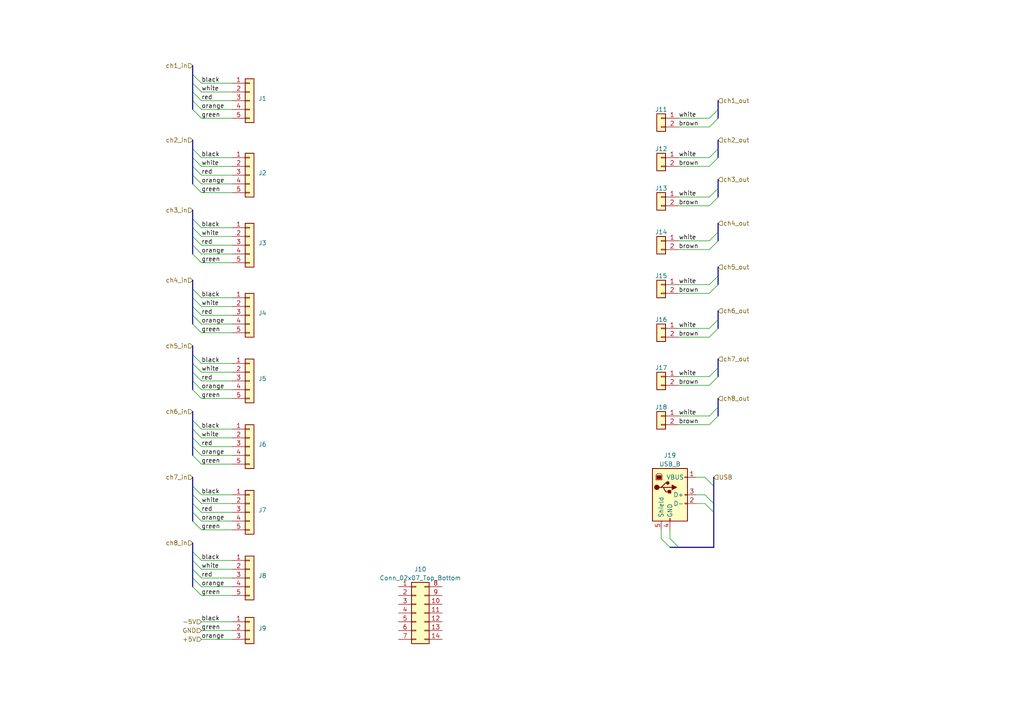
<source format=kicad_sch>
(kicad_sch (version 20231120) (generator "eeschema") (generator_version "8.0")
  (paper "A4")
  (title_block (title "Piezo amp box") (date "2024-01-10") (company "SBC") (comment 1 "Zhiheng Sheng"))
  (lib_symbols
    (symbol "Connector:USB_B" (pin_names (offset 1.016))
      (property "Reference" "J" (at -5.08 11.43 0))
      (property "Value" "USB_B" (at -5.08 8.89 0))
      (symbol "USB_B_0_1"
        (rectangle (start -5.08 -7.62) (end 5.08 7.62) (stroke (width 0.254)) (fill (type background)))
        (circle (center -3.81 2.159) (radius 0.635) (stroke (width 0.254)) (fill (type outline)))
        (rectangle (start -3.81 5.588) (end -2.54 4.572) (fill (type outline)))
        (circle (center -0.635 3.429) (radius 0.381) (stroke (width 0.254)) (fill (type outline)))
        (rectangle (start -0.127 -7.62) (end 0.127 -6.858))
        (polyline (pts (xy -1.905 2.159) (xy 0.635 2.159)) (stroke (width 0.254)))
        (polyline (pts (xy -3.175 2.159) (xy -2.54 2.159) (xy -1.27 3.429) (xy -0.635 3.429)) (stroke (width 0.254)))
        (polyline (pts (xy -2.54 2.159) (xy -1.905 2.159) (xy -1.27 0.889) (xy 0 0.889)) (stroke (width 0.254)))
        (polyline (pts (xy 0.635 2.794) (xy 0.635 1.524) (xy 1.905 2.159) (xy 0.635 2.794)) (stroke (width 0.254)) (fill (type outline)))
        (polyline (pts (xy -4.064 4.318) (xy -2.286 4.318) (xy -2.286 5.715) (xy -2.667 6.096) (xy -3.683 6.096) (xy -4.064 5.715) (xy -4.064 4.318)))
        (rectangle (start 0.254 1.27) (end -0.508 0.508) (stroke (width 0.254)) (fill (type outline)))
        (rectangle (start 5.08 -2.667) (end 4.318 -2.413))
        (rectangle (start 5.08 -0.127) (end 4.318 0.127))
        (rectangle (start 5.08 4.953) (end 4.318 5.207))
      )
      (symbol "USB_B_1_1"
        (pin power_out line (at 7.62 5.08 180) (length 2.54) (name "VBUS") (number "1"))
        (pin bidirectional line (at 7.62 -2.54 180) (length 2.54) (name "D-") (number "2"))
        (pin bidirectional line (at 7.62 0 180) (length 2.54) (name "D+") (number "3"))
        (pin power_out line (at 0 -10.16 90) (length 2.54) (name "GND") (number "4"))
        (pin passive line (at -2.54 -10.16 90) (length 2.54) (name "Shield") (number "5"))
      )
    )
    (symbol "Connector_Generic:Conn_01x02" (pin_names (offset 1.016) hide)
      (property "Reference" "J" (at 0 2.54 0))
      (property "Value" "Conn_01x02" (at 0 -5.08 0))
      (symbol "Conn_01x02_1_1"
        (rectangle (start -1.27 -2.413) (end 0 -2.667) (stroke (width 0.1524)))
        (rectangle (start -1.27 0.127) (end 0 -0.127) (stroke (width 0.1524)))
        (rectangle (start -1.27 1.27) (end 1.27 -3.81) (stroke (width 0.254)) (fill (type background)))
        (pin passive line (at -5.08 0 0) (length 3.81) (name "Pin_1") (number "1"))
        (pin passive line (at -5.08 -2.54 0) (length 3.81) (name "Pin_2") (number "2"))
      )
    )
    (symbol "Connector_Generic:Conn_01x03" (pin_names (offset 1.016) hide)
      (property "Reference" "J" (at 0 5.08 0))
      (property "Value" "Conn_01x03" (at 0 -5.08 0))
      (symbol "Conn_01x03_1_1"
        (rectangle (start -1.27 -2.413) (end 0 -2.667) (stroke (width 0.1524)))
        (rectangle (start -1.27 0.127) (end 0 -0.127) (stroke (width 0.1524)))
        (rectangle (start -1.27 2.667) (end 0 2.413) (stroke (width 0.1524)))
        (rectangle (start -1.27 3.81) (end 1.27 -3.81) (stroke (width 0.254)) (fill (type background)))
        (pin passive line (at -5.08 2.54 0) (length 3.81) (name "Pin_1") (number "1"))
        (pin passive line (at -5.08 0 0) (length 3.81) (name "Pin_2") (number "2"))
        (pin passive line (at -5.08 -2.54 0) (length 3.81) (name "Pin_3") (number "3"))
      )
    )
    (symbol "Connector_Generic:Conn_01x05" (pin_names (offset 1.016) hide)
      (property "Reference" "J" (at 0 7.62 0))
      (property "Value" "Conn_01x05" (at 0 -7.62 0))
      (symbol "Conn_01x05_1_1"
        (rectangle (start -1.27 -4.953) (end 0 -5.207) (stroke (width 0.1524)))
        (rectangle (start -1.27 -2.413) (end 0 -2.667) (stroke (width 0.1524)))
        (rectangle (start -1.27 0.127) (end 0 -0.127) (stroke (width 0.1524)))
        (rectangle (start -1.27 2.667) (end 0 2.413) (stroke (width 0.1524)))
        (rectangle (start -1.27 5.207) (end 0 4.953) (stroke (width 0.1524)))
        (rectangle (start -1.27 6.35) (end 1.27 -6.35) (stroke (width 0.254)) (fill (type background)))
        (pin passive line (at -5.08 5.08 0) (length 3.81) (name "Pin_1") (number "1"))
        (pin passive line (at -5.08 2.54 0) (length 3.81) (name "Pin_2") (number "2"))
        (pin passive line (at -5.08 0 0) (length 3.81) (name "Pin_3") (number "3"))
        (pin passive line (at -5.08 -2.54 0) (length 3.81) (name "Pin_4") (number "4"))
        (pin passive line (at -5.08 -5.08 0) (length 3.81) (name "Pin_5") (number "5"))
      )
    )
    (symbol "Connector_Generic:Conn_02x07_Top_Bottom" (pin_names (offset 1.016) hide)
      (property "Reference" "J" (at 1.27 10.16 0))
      (property "Value" "Conn_02x07_Top_Bottom" (at 1.27 -10.16 0))
      (symbol "Conn_02x07_Top_Bottom_1_1"
        (rectangle (start -1.27 -7.493) (end 0 -7.747) (stroke (width 0.1524)))
        (rectangle (start -1.27 -4.953) (end 0 -5.207) (stroke (width 0.1524)))
        (rectangle (start -1.27 -2.413) (end 0 -2.667) (stroke (width 0.1524)))
        (rectangle (start -1.27 0.127) (end 0 -0.127) (stroke (width 0.1524)))
        (rectangle (start -1.27 2.667) (end 0 2.413) (stroke (width 0.1524)))
        (rectangle (start -1.27 5.207) (end 0 4.953) (stroke (width 0.1524)))
        (rectangle (start -1.27 7.747) (end 0 7.493) (stroke (width 0.1524)))
        (rectangle (start -1.27 8.89) (end 3.81 -8.89) (stroke (width 0.254)) (fill (type background)))
        (rectangle (start 3.81 -7.493) (end 2.54 -7.747) (stroke (width 0.1524)))
        (rectangle (start 3.81 -4.953) (end 2.54 -5.207) (stroke (width 0.1524)))
        (rectangle (start 3.81 -2.413) (end 2.54 -2.667) (stroke (width 0.1524)))
        (rectangle (start 3.81 0.127) (end 2.54 -0.127) (stroke (width 0.1524)))
        (rectangle (start 3.81 2.667) (end 2.54 2.413) (stroke (width 0.1524)))
        (rectangle (start 3.81 5.207) (end 2.54 4.953) (stroke (width 0.1524)))
        (rectangle (start 3.81 7.747) (end 2.54 7.493) (stroke (width 0.1524)))
        (pin passive line (at -5.08 7.62 0) (length 3.81) (name "Pin_1") (number "1"))
        (pin passive line (at 7.62 2.54 180) (length 3.81) (name "Pin_10") (number "10"))
        (pin passive line (at 7.62 0 180) (length 3.81) (name "Pin_11") (number "11"))
        (pin passive line (at 7.62 -2.54 180) (length 3.81) (name "Pin_12") (number "12"))
        (pin passive line (at 7.62 -5.08 180) (length 3.81) (name "Pin_13") (number "13"))
        (pin passive line (at 7.62 -7.62 180) (length 3.81) (name "Pin_14") (number "14"))
        (pin passive line (at -5.08 5.08 0) (length 3.81) (name "Pin_2") (number "2"))
        (pin passive line (at -5.08 2.54 0) (length 3.81) (name "Pin_3") (number "3"))
        (pin passive line (at -5.08 0 0) (length 3.81) (name "Pin_4") (number "4"))
        (pin passive line (at -5.08 -2.54 0) (length 3.81) (name "Pin_5") (number "5"))
        (pin passive line (at -5.08 -5.08 0) (length 3.81) (name "Pin_6") (number "6"))
        (pin passive line (at -5.08 -7.62 0) (length 3.81) (name "Pin_7") (number "7"))
        (pin passive line (at 7.62 7.62 180) (length 3.81) (name "Pin_8") (number "8"))
        (pin passive line (at 7.62 5.08 180) (length 3.81) (name "Pin_9") (number "9"))
      )
    )
  )
  (bus_entry (at 55.88 167.64) (size 2.54 2.54))
  (bus_entry (at 55.88 121.92) (size 2.54 2.54))
  (bus_entry (at 205.74 72.39) (size 2.54 -2.54))
  (bus_entry (at 55.88 86.36) (size 2.54 2.54))
  (bus_entry (at 55.88 132.08) (size 2.54 2.54))
  (bus_entry (at 55.88 31.75) (size 2.54 2.54))
  (bus_entry (at 55.88 165.1) (size 2.54 2.54))
  (bus_entry (at 205.74 57.15) (size 2.54 -2.54))
  (bus_entry (at 205.74 69.85) (size 2.54 -2.54))
  (bus_entry (at 55.88 127) (size 2.54 2.54))
  (bus_entry (at 55.88 73.66) (size 2.54 2.54))
  (bus_entry (at 55.88 129.54) (size 2.54 2.54))
  (bus_entry (at 55.88 124.46) (size 2.54 2.54))
  (bus_entry (at 191.77 156.21) (size 2.54 2.54))
  (bus_entry (at 55.88 160.02) (size 2.54 2.54))
  (bus_entry (at 205.74 120.65) (size 2.54 -2.54))
  (bus_entry (at 205.74 111.76) (size 2.54 -2.54))
  (bus_entry (at 204.47 138.43) (size 2.54 2.54))
  (bus_entry (at 55.88 53.34) (size 2.54 2.54))
  (bus_entry (at 55.88 107.95) (size 2.54 2.54))
  (bus_entry (at 205.74 109.22) (size 2.54 -2.54))
  (bus_entry (at 55.88 45.72) (size 2.54 2.54))
  (bus_entry (at 55.88 21.59) (size 2.54 2.54))
  (bus_entry (at 55.88 91.44) (size 2.54 2.54))
  (bus_entry (at 55.88 24.13) (size 2.54 2.54))
  (bus_entry (at 55.88 48.26) (size 2.54 2.54))
  (bus_entry (at 205.74 59.69) (size 2.54 -2.54))
  (bus_entry (at 205.74 34.29) (size 2.54 -2.54))
  (bus_entry (at 204.47 143.51) (size 2.54 2.54))
  (bus_entry (at 55.88 143.51) (size 2.54 2.54))
  (bus_entry (at 55.88 102.87) (size 2.54 2.54))
  (bus_entry (at 205.74 82.55) (size 2.54 -2.54))
  (bus_entry (at 55.88 110.49) (size 2.54 2.54))
  (bus_entry (at 205.74 45.72) (size 2.54 -2.54))
  (bus_entry (at 55.88 43.18) (size 2.54 2.54))
  (bus_entry (at 55.88 105.41) (size 2.54 2.54))
  (bus_entry (at 205.74 97.79) (size 2.54 -2.54))
  (bus_entry (at 55.88 29.21) (size 2.54 2.54))
  (bus_entry (at 55.88 148.59) (size 2.54 2.54))
  (bus_entry (at 55.88 66.04) (size 2.54 2.54))
  (bus_entry (at 55.88 146.05) (size 2.54 2.54))
  (bus_entry (at 205.74 95.25) (size 2.54 -2.54))
  (bus_entry (at 205.74 123.19) (size 2.54 -2.54))
  (bus_entry (at 55.88 71.12) (size 2.54 2.54))
  (bus_entry (at 55.88 140.97) (size 2.54 2.54))
  (bus_entry (at 55.88 68.58) (size 2.54 2.54))
  (bus_entry (at 205.74 36.83) (size 2.54 -2.54))
  (bus_entry (at 55.88 93.98) (size 2.54 2.54))
  (bus_entry (at 55.88 83.82) (size 2.54 2.54))
  (bus_entry (at 205.74 85.09) (size 2.54 -2.54))
  (bus_entry (at 55.88 170.18) (size 2.54 2.54))
  (bus_entry (at 55.88 151.13) (size 2.54 2.54))
  (bus_entry (at 55.88 63.5) (size 2.54 2.54))
  (bus_entry (at 194.31 156.21) (size 2.54 2.54))
  (bus_entry (at 55.88 162.56) (size 2.54 2.54))
  (bus_entry (at 55.88 113.03) (size 2.54 2.54))
  (bus_entry (at 55.88 26.67) (size 2.54 2.54))
  (bus_entry (at 204.47 146.05) (size 2.54 2.54))
  (bus_entry (at 55.88 50.8) (size 2.54 2.54))
  (bus_entry (at 55.88 88.9) (size 2.54 2.54))
  (bus_entry (at 205.74 48.26) (size 2.54 -2.54))
  (bus (pts (xy 55.88 124.46) (xy 55.88 127)))
  (wire (pts (xy 58.42 29.21) (xy 67.31 29.21)))
  (wire (pts (xy 58.42 86.36) (xy 67.31 86.36)))
  (bus (pts (xy 55.88 29.21) (xy 55.88 31.75)))
  (wire (pts (xy 58.42 105.41) (xy 67.31 105.41)))
  (bus (pts (xy 55.88 148.59) (xy 55.88 151.13)))
  (wire (pts (xy 58.42 170.18) (xy 67.31 170.18)))
  (wire (pts (xy 58.42 110.49) (xy 67.31 110.49)))
  (bus (pts (xy 208.28 115.57) (xy 208.28 118.11)))
  (bus (pts (xy 55.88 107.95) (xy 55.88 110.49)))
  (bus (pts (xy 55.88 68.58) (xy 55.88 71.12)))
  (wire (pts (xy 58.42 132.08) (xy 67.31 132.08)))
  (wire (pts (xy 196.85 95.25) (xy 205.74 95.25)))
  (wire (pts (xy 58.42 31.75) (xy 67.31 31.75)))
  (wire (pts (xy 58.42 180.34) (xy 67.31 180.34)))
  (wire (pts (xy 58.42 185.42) (xy 67.31 185.42)))
  (wire (pts (xy 58.42 107.95) (xy 67.31 107.95)))
  (bus (pts (xy 55.88 102.87) (xy 55.88 105.41)))
  (bus (pts (xy 55.88 81.28) (xy 55.88 83.82)))
  (bus (pts (xy 208.28 92.71) (xy 208.28 95.25)))
  (wire (pts (xy 58.42 66.04) (xy 67.31 66.04)))
  (wire (pts (xy 58.42 148.59) (xy 67.31 148.59)))
  (bus (pts (xy 208.28 77.47) (xy 208.28 80.01)))
  (wire (pts (xy 201.93 143.51) (xy 204.47 143.51)))
  (bus (pts (xy 207.01 146.05) (xy 207.01 148.59)))
  (wire (pts (xy 196.85 109.22) (xy 205.74 109.22)))
  (wire (pts (xy 58.42 34.29) (xy 67.31 34.29)))
  (wire (pts (xy 58.42 96.52) (xy 67.31 96.52)))
  (bus (pts (xy 55.88 165.1) (xy 55.88 167.64)))
  (bus (pts (xy 55.88 63.5) (xy 55.88 66.04)))
  (wire (pts (xy 196.85 97.79) (xy 205.74 97.79)))
  (wire (pts (xy 58.42 167.64) (xy 67.31 167.64)))
  (wire (pts (xy 58.42 129.54) (xy 67.31 129.54)))
  (wire (pts (xy 194.31 153.67) (xy 194.31 156.21)))
  (bus (pts (xy 208.28 31.75) (xy 208.28 34.29)))
  (bus (pts (xy 55.88 143.51) (xy 55.88 146.05)))
  (bus (pts (xy 55.88 100.33) (xy 55.88 102.87)))
  (wire (pts (xy 58.42 93.98) (xy 67.31 93.98)))
  (bus (pts (xy 55.88 71.12) (xy 55.88 73.66)))
  (wire (pts (xy 58.42 53.34) (xy 67.31 53.34)))
  (wire (pts (xy 58.42 73.66) (xy 67.31 73.66)))
  (wire (pts (xy 58.42 26.67) (xy 67.31 26.67)))
  (wire (pts (xy 196.85 85.09) (xy 205.74 85.09)))
  (wire (pts (xy 58.42 76.2) (xy 67.31 76.2)))
  (bus (pts (xy 208.28 118.11) (xy 208.28 120.65)))
  (bus (pts (xy 55.88 146.05) (xy 55.88 148.59)))
  (bus (pts (xy 55.88 167.64) (xy 55.88 170.18)))
  (wire (pts (xy 58.42 146.05) (xy 67.31 146.05)))
  (bus (pts (xy 55.88 140.97) (xy 55.88 143.51)))
  (wire (pts (xy 58.42 165.1) (xy 67.31 165.1)))
  (wire (pts (xy 58.42 88.9) (xy 67.31 88.9)))
  (wire (pts (xy 196.85 82.55) (xy 205.74 82.55)))
  (wire (pts (xy 58.42 91.44) (xy 67.31 91.44)))
  (wire (pts (xy 58.42 68.58) (xy 67.31 68.58)))
  (bus (pts (xy 208.28 104.14) (xy 208.28 106.68)))
  (wire (pts (xy 196.85 69.85) (xy 205.74 69.85)))
  (bus (pts (xy 208.28 64.77) (xy 208.28 67.31)))
  (bus (pts (xy 55.88 43.18) (xy 55.88 45.72)))
  (bus (pts (xy 55.88 40.64) (xy 55.88 43.18)))
  (wire (pts (xy 58.42 55.88) (xy 67.31 55.88)))
  (wire (pts (xy 58.42 71.12) (xy 67.31 71.12)))
  (wire (pts (xy 58.42 151.13) (xy 67.31 151.13)))
  (wire (pts (xy 58.42 134.62) (xy 67.31 134.62)))
  (wire (pts (xy 58.42 143.51) (xy 67.31 143.51)))
  (bus (pts (xy 55.88 26.67) (xy 55.88 29.21)))
  (bus (pts (xy 55.88 121.92) (xy 55.88 124.46)))
  (bus (pts (xy 208.28 40.64) (xy 208.28 43.18)))
  (bus (pts (xy 55.88 48.26) (xy 55.88 50.8)))
  (bus (pts (xy 194.31 158.75) (xy 196.85 158.75)))
  (bus (pts (xy 55.88 162.56) (xy 55.88 165.1)))
  (wire (pts (xy 58.42 127) (xy 67.31 127)))
  (bus (pts (xy 208.28 106.68) (xy 208.28 109.22)))
  (bus (pts (xy 55.88 86.36) (xy 55.88 88.9)))
  (bus (pts (xy 55.88 21.59) (xy 55.88 24.13)))
  (bus (pts (xy 207.01 138.43) (xy 207.01 140.97)))
  (wire (pts (xy 196.85 34.29) (xy 205.74 34.29)))
  (bus (pts (xy 55.88 129.54) (xy 55.88 132.08)))
  (bus (pts (xy 208.28 52.07) (xy 208.28 54.61)))
  (wire (pts (xy 196.85 57.15) (xy 205.74 57.15)))
  (bus (pts (xy 207.01 140.97) (xy 207.01 146.05)))
  (wire (pts (xy 201.93 138.43) (xy 204.47 138.43)))
  (bus (pts (xy 55.88 83.82) (xy 55.88 86.36)))
  (wire (pts (xy 58.42 50.8) (xy 67.31 50.8)))
  (bus (pts (xy 55.88 24.13) (xy 55.88 26.67)))
  (bus (pts (xy 55.88 19.05) (xy 55.88 21.59)))
  (bus (pts (xy 55.88 105.41) (xy 55.88 107.95)))
  (wire (pts (xy 58.42 113.03) (xy 67.31 113.03)))
  (bus (pts (xy 208.28 54.61) (xy 208.28 57.15)))
  (wire (pts (xy 201.93 146.05) (xy 204.47 146.05)))
  (bus (pts (xy 55.88 127) (xy 55.88 129.54)))
  (bus (pts (xy 207.01 148.59) (xy 207.01 158.75)))
  (bus (pts (xy 208.28 67.31) (xy 208.28 69.85)))
  (bus (pts (xy 55.88 45.72) (xy 55.88 48.26)))
  (wire (pts (xy 58.42 182.88) (xy 67.31 182.88)))
  (wire (pts (xy 196.85 59.69) (xy 205.74 59.69)))
  (bus (pts (xy 55.88 88.9) (xy 55.88 91.44)))
  (wire (pts (xy 58.42 45.72) (xy 67.31 45.72)))
  (bus (pts (xy 55.88 50.8) (xy 55.88 53.34)))
  (bus (pts (xy 55.88 119.38) (xy 55.88 121.92)))
  (wire (pts (xy 58.42 48.26) (xy 67.31 48.26)))
  (wire (pts (xy 196.85 120.65) (xy 205.74 120.65)))
  (bus (pts (xy 55.88 66.04) (xy 55.88 68.58)))
  (wire (pts (xy 196.85 123.19) (xy 205.74 123.19)))
  (bus (pts (xy 196.85 158.75) (xy 207.01 158.75)))
  (wire (pts (xy 196.85 36.83) (xy 205.74 36.83)))
  (wire (pts (xy 58.42 153.67) (xy 67.31 153.67)))
  (bus (pts (xy 208.28 80.01) (xy 208.28 82.55)))
  (wire (pts (xy 196.85 111.76) (xy 205.74 111.76)))
  (wire (pts (xy 58.42 115.57) (xy 67.31 115.57)))
  (bus (pts (xy 55.88 91.44) (xy 55.88 93.98)))
  (wire (pts (xy 196.85 45.72) (xy 205.74 45.72)))
  (bus (pts (xy 208.28 90.17) (xy 208.28 92.71)))
  (wire (pts (xy 58.42 24.13) (xy 67.31 24.13)))
  (bus (pts (xy 55.88 138.43) (xy 55.88 140.97)))
  (wire (pts (xy 191.77 153.67) (xy 191.77 156.21)))
  (bus (pts (xy 55.88 157.48) (xy 55.88 160.02)))
  (bus (pts (xy 55.88 110.49) (xy 55.88 113.03)))
  (wire (pts (xy 196.85 48.26) (xy 205.74 48.26)))
  (bus (pts (xy 208.28 43.18) (xy 208.28 45.72)))
  (wire (pts (xy 58.42 172.72) (xy 67.31 172.72)))
  (wire (pts (xy 58.42 162.56) (xy 67.31 162.56)))
  (wire (pts (xy 58.42 124.46) (xy 67.31 124.46)))
  (bus (pts (xy 208.28 29.21) (xy 208.28 31.75)))
  (bus (pts (xy 55.88 160.02) (xy 55.88 162.56)))
  (wire (pts (xy 196.85 72.39) (xy 205.74 72.39)))
  (bus (pts (xy 55.88 60.96) (xy 55.88 63.5)))
  (label "black" (at 58.42 180.34 0))
  (label "black" (at 58.42 105.41 0))
  (label "brown" (at 196.85 36.83 0))
  (label "orange" (at 58.42 93.98 0))
  (label "black" (at 58.42 124.46 0))
  (label "white" (at 196.85 57.15 0))
  (label "black" (at 58.42 24.13 0))
  (label "white" (at 196.85 120.65 0))
  (label "white" (at 196.85 95.25 0))
  (label "brown" (at 196.85 85.09 0))
  (label "black" (at 58.42 162.56 0))
  (label "red" (at 58.42 129.54 0))
  (label "red" (at 58.42 110.49 0))
  (label "black" (at 58.42 45.72 0))
  (label "orange" (at 58.42 170.18 0))
  (label "white" (at 58.42 48.26 0))
  (label "white" (at 196.85 45.72 0))
  (label "green" (at 58.42 172.72 0))
  (label "brown" (at 196.85 123.19 0))
  (label "white" (at 58.42 26.67 0))
  (label "green" (at 58.42 55.88 0))
  (label "orange" (at 58.42 31.75 0))
  (label "white" (at 58.42 107.95 0))
  (label "white" (at 196.85 109.22 0))
  (label "green" (at 58.42 76.2 0))
  (label "green" (at 58.42 34.29 0))
  (label "orange" (at 58.42 185.42 0))
  (label "white" (at 58.42 146.05 0))
  (label "brown" (at 196.85 48.26 0))
  (label "orange" (at 58.42 113.03 0))
  (label "brown" (at 196.85 72.39 0))
  (label "white" (at 58.42 165.1 0))
  (label "red" (at 58.42 50.8 0))
  (label "orange" (at 58.42 132.08 0))
  (label "green" (at 58.42 115.57 0))
  (label "red" (at 58.42 167.64 0))
  (label "green" (at 58.42 182.88 0))
  (label "orange" (at 58.42 151.13 0))
  (label "white" (at 58.42 88.9 0))
  (label "red" (at 58.42 71.12 0))
  (label "white" (at 58.42 68.58 0))
  (label "white" (at 58.42 127 0))
  (label "red" (at 58.42 148.59 0))
  (label "black" (at 58.42 86.36 0))
  (label "black" (at 58.42 66.04 0))
  (label "green" (at 58.42 134.62 0))
  (label "orange" (at 58.42 73.66 0))
  (label "brown" (at 196.85 59.69 0))
  (label "white" (at 196.85 34.29 0))
  (label "brown" (at 196.85 97.79 0))
  (label "green" (at 58.42 153.67 0))
  (label "brown" (at 196.85 111.76 0))
  (label "green" (at 58.42 96.52 0))
  (label "red" (at 58.42 29.21 0))
  (label "orange" (at 58.42 53.34 0))
  (label "white" (at 196.85 69.85 0))
  (label "red" (at 58.42 91.44 0))
  (label "black" (at 58.42 143.51 0))
  (label "white" (at 196.85 82.55 0))
  (hierarchical_label "ch6_out" (shape input) (at 208.28 90.17 0))
  (hierarchical_label "ch1_in" (shape input) (at 55.88 19.05 180))
  (hierarchical_label "ch8_in" (shape input) (at 55.88 157.48 180))
  (hierarchical_label "ch7_in" (shape input) (at 55.88 138.43 180))
  (hierarchical_label "ch2_in" (shape input) (at 55.88 40.64 180))
  (hierarchical_label "ch6_in" (shape input) (at 55.88 119.38 180))
  (hierarchical_label "-5V" (shape input) (at 58.42 180.34 180))
  (hierarchical_label "ch5_out" (shape input) (at 208.28 77.47 0))
  (hierarchical_label "USB" (shape input) (at 207.01 138.43 0))
  (hierarchical_label "ch3_in" (shape input) (at 55.88 60.96 180))
  (hierarchical_label "ch3_out" (shape input) (at 208.28 52.07 0))
  (hierarchical_label "ch4_out" (shape input) (at 208.28 64.77 0))
  (hierarchical_label "GND" (shape input) (at 58.42 182.88 180))
  (hierarchical_label "ch1_out" (shape input) (at 208.28 29.21 0))
  (hierarchical_label "ch8_out" (shape input) (at 208.28 115.57 0))
  (hierarchical_label "ch5_in" (shape input) (at 55.88 100.33 180))
  (hierarchical_label "ch4_in" (shape input) (at 55.88 81.28 180))
  (hierarchical_label "ch2_out" (shape input) (at 208.28 40.64 0))
  (hierarchical_label "ch7_out" (shape input) (at 208.28 104.14 0))
  (hierarchical_label "+5V" (shape input) (at 58.42 185.42 180))
  (symbol (lib_id "Connector_Generic:Conn_01x05") (at 72.39 110.49 0) (unit 1)
    (property "Reference" "J5" (at 74.93 109.855 0) (effects (justify left)))
    (property "Value" "Conn_01x05" (effects (hide yes)))
  )
  (symbol (lib_id "Connector_Generic:Conn_01x05") (at 72.39 129.54 0) (unit 1)
    (property "Reference" "J6" (at 74.93 128.905 0) (effects (justify left)))
    (property "Value" "Conn_01x05" (effects (hide yes)))
  )
  (symbol (lib_id "Connector_Generic:Conn_01x02") (at 191.77 82.55 0) (mirror y) (unit 1)
    (property "Reference" "J15" (at 191.77 80.01 0))
    (property "Value" "Conn_01x02" (effects (hide yes)))
  )
  (symbol (lib_id "Connector_Generic:Conn_01x02") (at 191.77 69.85 0) (mirror y) (unit 1)
    (property "Reference" "J14" (at 191.77 67.31 0))
    (property "Value" "Conn_01x02" (effects (hide yes)))
  )
  (symbol (lib_id "Connector_Generic:Conn_01x05") (at 72.39 91.44 0) (unit 1)
    (property "Reference" "J4" (at 74.93 90.805 0) (effects (justify left)))
    (property "Value" "Conn_01x05" (effects (hide yes)))
  )
  (symbol (lib_id "Connector_Generic:Conn_01x02") (at 191.77 95.25 0) (mirror y) (unit 1)
    (property "Reference" "J16" (at 191.77 92.71 0))
    (property "Value" "Conn_01x02" (effects (hide yes)))
  )
  (symbol (lib_id "Connector_Generic:Conn_01x05") (at 72.39 71.12 0) (unit 1)
    (property "Reference" "J3" (at 74.93 70.485 0) (effects (justify left)))
    (property "Value" "Conn_01x05" (effects (hide yes)))
  )
  (symbol (lib_id "Connector_Generic:Conn_02x07_Top_Bottom") (at 120.65 177.8 0) (unit 1)
    (property "Reference" "J10" (at 121.92 165.1 0))
    (property "Value" "Conn_02x07_Top_Bottom" (at 121.92 167.64 0))
  )
  (symbol (lib_id "Connector_Generic:Conn_01x05") (at 72.39 167.64 0) (unit 1)
    (property "Reference" "J8" (at 74.93 167.005 0) (effects (justify left)))
    (property "Value" "Conn_01x05" (effects (hide yes)))
  )
  (symbol (lib_id "Connector_Generic:Conn_01x05") (at 72.39 29.21 0) (unit 1)
    (property "Reference" "J1" (at 74.93 28.575 0) (effects (justify left)))
    (property "Value" "Conn_01x05" (effects (hide yes)))
  )
  (symbol (lib_id "Connector_Generic:Conn_01x02") (at 191.77 45.72 0) (mirror y) (unit 1)
    (property "Reference" "J12" (at 191.77 43.18 0))
    (property "Value" "Conn_01x02" (effects (hide yes)))
  )
  (symbol (lib_id "Connector:USB_B") (at 194.31 143.51 0) (unit 1)
    (property "Reference" "J19" (at 194.31 132.08 0))
    (property "Value" "USB_B" (at 194.31 134.62 0))
    (property "Datasheet" " ~" (effects (hide yes)))
  )
  (symbol (lib_id "Connector_Generic:Conn_01x05") (at 72.39 148.59 0) (unit 1)
    (property "Reference" "J7" (at 74.93 147.955 0) (effects (justify left)))
    (property "Value" "Conn_01x05" (effects (hide yes)))
  )
  (symbol (lib_id "Connector_Generic:Conn_01x02") (at 191.77 34.29 0) (mirror y) (unit 1)
    (property "Reference" "J11" (at 191.77 31.75 0))
    (property "Value" "Conn_01x02" (effects (hide yes)))
  )
  (symbol (lib_id "Connector_Generic:Conn_01x05") (at 72.39 50.8 0) (unit 1)
    (property "Reference" "J2" (at 74.93 50.165 0) (effects (justify left)))
    (property "Value" "Conn_01x05" (effects (hide yes)))
  )
  (symbol (lib_id "Connector_Generic:Conn_01x02") (at 191.77 109.22 0) (mirror y) (unit 1)
    (property "Reference" "J17" (at 191.77 106.68 0))
    (property "Value" "Conn_01x02" (effects (hide yes)))
  )
  (symbol (lib_id "Connector_Generic:Conn_01x02") (at 191.77 57.15 0) (mirror y) (unit 1)
    (property "Reference" "J13" (at 191.77 54.61 0))
    (property "Value" "Conn_01x02" (effects (hide yes)))
  )
  (symbol (lib_id "Connector_Generic:Conn_01x03") (at 72.39 182.88 0) (unit 1)
    (property "Reference" "J9" (at 74.93 182.245 0) (effects (justify left)))
    (property "Value" "Conn_01x03" (effects (hide yes)))
  )
  (symbol (lib_id "Connector_Generic:Conn_01x02") (at 191.77 120.65 0) (mirror y) (unit 1)
    (property "Reference" "J18" (at 191.77 118.11 0))
    (property "Value" "Conn_01x02" (effects (hide yes)))
  )
)
</source>
